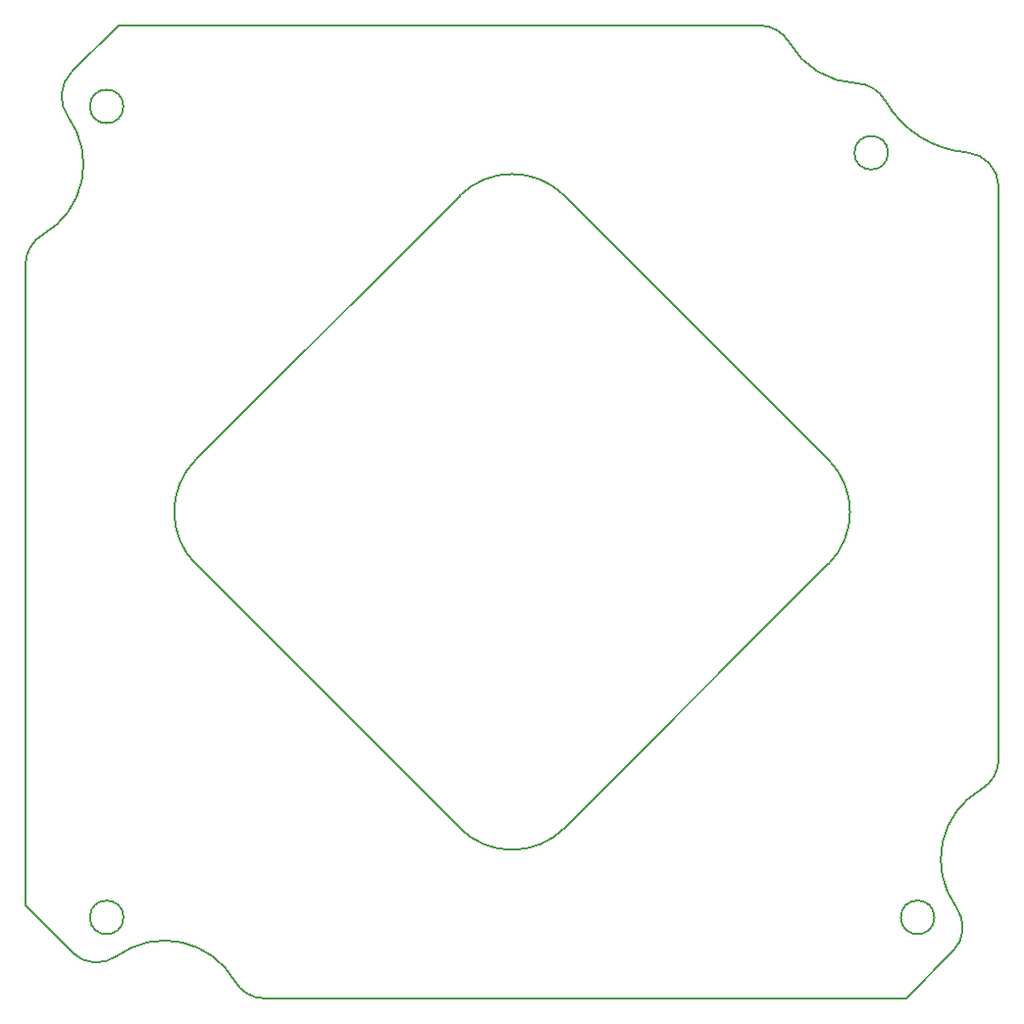
<source format=gbr>
%TF.GenerationSoftware,KiCad,Pcbnew,(6.0.1)*%
%TF.CreationDate,2024-01-13T19:57:02-05:00*%
%TF.ProjectId,PCB POWER,50434220-504f-4574-9552-2e6b69636164,rev?*%
%TF.SameCoordinates,Original*%
%TF.FileFunction,Profile,NP*%
%FSLAX46Y46*%
G04 Gerber Fmt 4.6, Leading zero omitted, Abs format (unit mm)*
G04 Created by KiCad (PCBNEW (6.0.1)) date 2024-01-13 19:57:02*
%MOMM*%
%LPD*%
G01*
G04 APERTURE LIST*
%TA.AperFunction,Profile*%
%ADD10C,0.200000*%
%TD*%
G04 APERTURE END LIST*
D10*
X138008407Y-137981593D02*
G75*
G03*
X138317961Y-134102191I-2121322J2121321D01*
G01*
X104515483Y-127294322D02*
X127284322Y-104525484D01*
X133990000Y-142000000D02*
X78650254Y-142000000D01*
X59490000Y-76062178D02*
G75*
G03*
X57990000Y-78660254I1500001J-2598077D01*
G01*
X133990000Y-142000000D02*
X138008407Y-137981593D01*
X62008407Y-138018407D02*
G75*
G03*
X65887809Y-138327961I2121320J2121318D01*
G01*
X136440000Y-135000000D02*
G75*
G03*
X136440000Y-135000000I-1450000J0D01*
G01*
X57990000Y-78660254D02*
X57990000Y-134000000D01*
X141990000Y-71958261D02*
X141990000Y-121339746D01*
X59490000Y-76062178D02*
G75*
G03*
X61662039Y-65897809I-3500001J6062178D01*
G01*
X140490000Y-123937822D02*
G75*
G03*
X138317961Y-134102191I3500001J-6062178D01*
G01*
X132440000Y-69000000D02*
G75*
G03*
X132440000Y-69000000I-1450000J0D01*
G01*
X66440000Y-65000000D02*
G75*
G03*
X66440000Y-65000000I-1450000J0D01*
G01*
X104515483Y-72705678D02*
G75*
G03*
X95464517Y-72705678I-4525483J-4525484D01*
G01*
X141990001Y-71958261D02*
G75*
G03*
X139240000Y-68968696I-2999998J2D01*
G01*
X66440000Y-135000000D02*
G75*
G03*
X66440000Y-135000000I-1450000J0D01*
G01*
X61971593Y-62018407D02*
G75*
G03*
X61662039Y-65897809I2121322J-2121321D01*
G01*
X132192363Y-64494092D02*
G75*
G03*
X129712206Y-62994486I-2599212J-1498031D01*
G01*
X95464517Y-127294322D02*
G75*
G03*
X104515483Y-127294322I4525483J4525481D01*
G01*
X123927822Y-59500000D02*
G75*
G03*
X121329746Y-58000000I-2598077J-1500001D01*
G01*
X72695678Y-95474517D02*
X95464517Y-72705678D01*
X76052178Y-140500000D02*
G75*
G03*
X65887809Y-138327961I-6062178J-3500001D01*
G01*
X65990000Y-58000000D02*
X61971593Y-62018407D01*
X123927822Y-59500000D02*
G75*
G03*
X129712206Y-62994486I6062177J3499998D01*
G01*
X132192363Y-64494092D02*
G75*
G03*
X139240000Y-68968696I7797636J4494091D01*
G01*
X72695678Y-104525484D02*
X95464517Y-127294322D01*
X127284322Y-104525484D02*
G75*
G03*
X127284322Y-95474517I-4525486J4525483D01*
G01*
X76052178Y-140500000D02*
G75*
G03*
X78650254Y-142000000I2598077J1500001D01*
G01*
X121329746Y-58000000D02*
X65990000Y-58000000D01*
X140490000Y-123937822D02*
G75*
G03*
X141990000Y-121339746I-1500001J2598077D01*
G01*
X72695678Y-95474517D02*
G75*
G03*
X72695678Y-104525484I4525486J-4525484D01*
G01*
X57990000Y-134000000D02*
X62008407Y-138018407D01*
X104515483Y-72705678D02*
X127284322Y-95474517D01*
M02*

</source>
